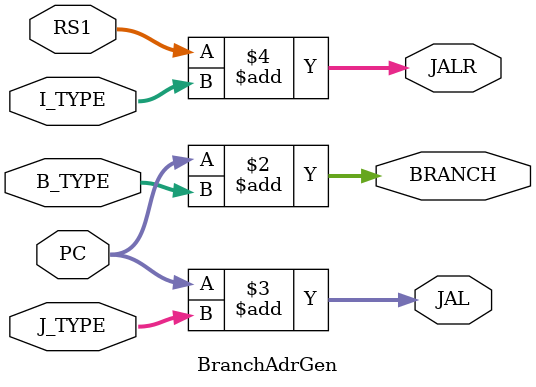
<source format=sv>
`timescale 1ns / 1ps


module BranchAdrGen(J_TYPE, B_TYPE, I_TYPE,
                    RS1, PC, JAL, JALR, BRANCH
                    );
    input logic [31:0] J_TYPE, B_TYPE, I_TYPE, RS1, PC;
    output logic [31:0] JAL, JALR, BRANCH;
    
    always_comb begin
    
        BRANCH = PC + B_TYPE;
        JAL = PC + J_TYPE;
        JALR = RS1 + I_TYPE;
    
    end
    
endmodule

</source>
